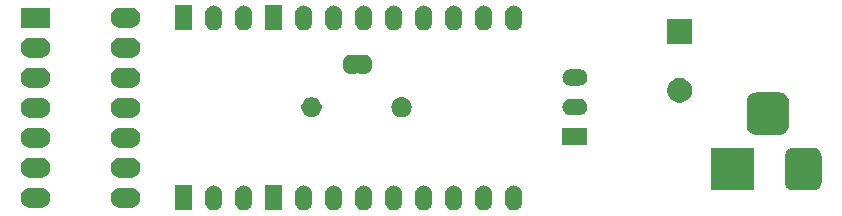
<source format=gbr>
G04 #@! TF.GenerationSoftware,KiCad,Pcbnew,(5.1.4)-1*
G04 #@! TF.CreationDate,2019-11-08T17:43:16+01:00*
G04 #@! TF.ProjectId,ArtNetNode,4172744e-6574-44e6-9f64-652e6b696361,rev?*
G04 #@! TF.SameCoordinates,Original*
G04 #@! TF.FileFunction,Soldermask,Bot*
G04 #@! TF.FilePolarity,Negative*
%FSLAX46Y46*%
G04 Gerber Fmt 4.6, Leading zero omitted, Abs format (unit mm)*
G04 Created by KiCad (PCBNEW (5.1.4)-1) date 2019-11-08 17:43:16*
%MOMM*%
%LPD*%
G04 APERTURE LIST*
%ADD10C,0.100000*%
G04 APERTURE END LIST*
D10*
G36*
X189897420Y-76319143D02*
G01*
X190029556Y-76359227D01*
X190029558Y-76359228D01*
X190151338Y-76424320D01*
X190151340Y-76424321D01*
X190151339Y-76424321D01*
X190258080Y-76511920D01*
X190330615Y-76600305D01*
X190345680Y-76618661D01*
X190410772Y-76740441D01*
X190410773Y-76740443D01*
X190450857Y-76872579D01*
X190461000Y-76975568D01*
X190461000Y-77744432D01*
X190450857Y-77847421D01*
X190420449Y-77947659D01*
X190410772Y-77979559D01*
X190345680Y-78101339D01*
X190258080Y-78208080D01*
X190151339Y-78295680D01*
X190029559Y-78360772D01*
X190029557Y-78360773D01*
X189897421Y-78400857D01*
X189760000Y-78414391D01*
X189622580Y-78400857D01*
X189490444Y-78360773D01*
X189490442Y-78360772D01*
X189368662Y-78295680D01*
X189261921Y-78208080D01*
X189174321Y-78101339D01*
X189109229Y-77979559D01*
X189099552Y-77947659D01*
X189069143Y-77847421D01*
X189059000Y-77744432D01*
X189059000Y-76975569D01*
X189069143Y-76872580D01*
X189109227Y-76740444D01*
X189114275Y-76731000D01*
X189174320Y-76618662D01*
X189228227Y-76552976D01*
X189261920Y-76511920D01*
X189368660Y-76424321D01*
X189368659Y-76424321D01*
X189368661Y-76424320D01*
X189490441Y-76359228D01*
X189490443Y-76359227D01*
X189622579Y-76319143D01*
X189760000Y-76305609D01*
X189897420Y-76319143D01*
X189897420Y-76319143D01*
G37*
G36*
X177197420Y-76319143D02*
G01*
X177329556Y-76359227D01*
X177329558Y-76359228D01*
X177451338Y-76424320D01*
X177451340Y-76424321D01*
X177451339Y-76424321D01*
X177558080Y-76511920D01*
X177630615Y-76600305D01*
X177645680Y-76618661D01*
X177710772Y-76740441D01*
X177710773Y-76740443D01*
X177750857Y-76872579D01*
X177761000Y-76975568D01*
X177761000Y-77744432D01*
X177750857Y-77847421D01*
X177720449Y-77947659D01*
X177710772Y-77979559D01*
X177645680Y-78101339D01*
X177558080Y-78208080D01*
X177451339Y-78295680D01*
X177329559Y-78360772D01*
X177329557Y-78360773D01*
X177197421Y-78400857D01*
X177060000Y-78414391D01*
X176922580Y-78400857D01*
X176790444Y-78360773D01*
X176790442Y-78360772D01*
X176668662Y-78295680D01*
X176561921Y-78208080D01*
X176474321Y-78101339D01*
X176409229Y-77979559D01*
X176399552Y-77947659D01*
X176369143Y-77847421D01*
X176359000Y-77744432D01*
X176359000Y-76975569D01*
X176369143Y-76872580D01*
X176409227Y-76740444D01*
X176414275Y-76731000D01*
X176474320Y-76618662D01*
X176528227Y-76552976D01*
X176561920Y-76511920D01*
X176668660Y-76424321D01*
X176668659Y-76424321D01*
X176668661Y-76424320D01*
X176790441Y-76359228D01*
X176790443Y-76359227D01*
X176922579Y-76319143D01*
X177060000Y-76305609D01*
X177197420Y-76319143D01*
X177197420Y-76319143D01*
G37*
G36*
X179737420Y-76319143D02*
G01*
X179869556Y-76359227D01*
X179869558Y-76359228D01*
X179991338Y-76424320D01*
X179991340Y-76424321D01*
X179991339Y-76424321D01*
X180098080Y-76511920D01*
X180170615Y-76600305D01*
X180185680Y-76618661D01*
X180250772Y-76740441D01*
X180250773Y-76740443D01*
X180290857Y-76872579D01*
X180301000Y-76975568D01*
X180301000Y-77744432D01*
X180290857Y-77847421D01*
X180260449Y-77947659D01*
X180250772Y-77979559D01*
X180185680Y-78101339D01*
X180098080Y-78208080D01*
X179991339Y-78295680D01*
X179869559Y-78360772D01*
X179869557Y-78360773D01*
X179737421Y-78400857D01*
X179600000Y-78414391D01*
X179462580Y-78400857D01*
X179330444Y-78360773D01*
X179330442Y-78360772D01*
X179208662Y-78295680D01*
X179101921Y-78208080D01*
X179014321Y-78101339D01*
X178949229Y-77979559D01*
X178939552Y-77947659D01*
X178909143Y-77847421D01*
X178899000Y-77744432D01*
X178899000Y-76975569D01*
X178909143Y-76872580D01*
X178949227Y-76740444D01*
X178954275Y-76731000D01*
X179014320Y-76618662D01*
X179068227Y-76552976D01*
X179101920Y-76511920D01*
X179208660Y-76424321D01*
X179208659Y-76424321D01*
X179208661Y-76424320D01*
X179330441Y-76359228D01*
X179330443Y-76359227D01*
X179462579Y-76319143D01*
X179600000Y-76305609D01*
X179737420Y-76319143D01*
X179737420Y-76319143D01*
G37*
G36*
X197517420Y-76319143D02*
G01*
X197649556Y-76359227D01*
X197649558Y-76359228D01*
X197771338Y-76424320D01*
X197771340Y-76424321D01*
X197771339Y-76424321D01*
X197878080Y-76511920D01*
X197950615Y-76600305D01*
X197965680Y-76618661D01*
X198030772Y-76740441D01*
X198030773Y-76740443D01*
X198070857Y-76872579D01*
X198081000Y-76975568D01*
X198081000Y-77744432D01*
X198070857Y-77847421D01*
X198040449Y-77947659D01*
X198030772Y-77979559D01*
X197965680Y-78101339D01*
X197878080Y-78208080D01*
X197771339Y-78295680D01*
X197649559Y-78360772D01*
X197649557Y-78360773D01*
X197517421Y-78400857D01*
X197380000Y-78414391D01*
X197242580Y-78400857D01*
X197110444Y-78360773D01*
X197110442Y-78360772D01*
X196988662Y-78295680D01*
X196881921Y-78208080D01*
X196794321Y-78101339D01*
X196729229Y-77979559D01*
X196719552Y-77947659D01*
X196689143Y-77847421D01*
X196679000Y-77744432D01*
X196679000Y-76975569D01*
X196689143Y-76872580D01*
X196729227Y-76740444D01*
X196734275Y-76731000D01*
X196794320Y-76618662D01*
X196848227Y-76552976D01*
X196881920Y-76511920D01*
X196988660Y-76424321D01*
X196988659Y-76424321D01*
X196988661Y-76424320D01*
X197110441Y-76359228D01*
X197110443Y-76359227D01*
X197242579Y-76319143D01*
X197380000Y-76305609D01*
X197517420Y-76319143D01*
X197517420Y-76319143D01*
G37*
G36*
X200057420Y-76319143D02*
G01*
X200189556Y-76359227D01*
X200189558Y-76359228D01*
X200311338Y-76424320D01*
X200311340Y-76424321D01*
X200311339Y-76424321D01*
X200418080Y-76511920D01*
X200490615Y-76600305D01*
X200505680Y-76618661D01*
X200570772Y-76740441D01*
X200570773Y-76740443D01*
X200610857Y-76872579D01*
X200621000Y-76975568D01*
X200621000Y-77744432D01*
X200610857Y-77847421D01*
X200580449Y-77947659D01*
X200570772Y-77979559D01*
X200505680Y-78101339D01*
X200418080Y-78208080D01*
X200311339Y-78295680D01*
X200189559Y-78360772D01*
X200189557Y-78360773D01*
X200057421Y-78400857D01*
X199920000Y-78414391D01*
X199782580Y-78400857D01*
X199650444Y-78360773D01*
X199650442Y-78360772D01*
X199528662Y-78295680D01*
X199421921Y-78208080D01*
X199334321Y-78101339D01*
X199269229Y-77979559D01*
X199259552Y-77947659D01*
X199229143Y-77847421D01*
X199219000Y-77744432D01*
X199219000Y-76975569D01*
X199229143Y-76872580D01*
X199269227Y-76740444D01*
X199274275Y-76731000D01*
X199334320Y-76618662D01*
X199388227Y-76552976D01*
X199421920Y-76511920D01*
X199528660Y-76424321D01*
X199528659Y-76424321D01*
X199528661Y-76424320D01*
X199650441Y-76359228D01*
X199650443Y-76359227D01*
X199782579Y-76319143D01*
X199920000Y-76305609D01*
X200057420Y-76319143D01*
X200057420Y-76319143D01*
G37*
G36*
X194977420Y-76319143D02*
G01*
X195109556Y-76359227D01*
X195109558Y-76359228D01*
X195231338Y-76424320D01*
X195231340Y-76424321D01*
X195231339Y-76424321D01*
X195338080Y-76511920D01*
X195410615Y-76600305D01*
X195425680Y-76618661D01*
X195490772Y-76740441D01*
X195490773Y-76740443D01*
X195530857Y-76872579D01*
X195541000Y-76975568D01*
X195541000Y-77744432D01*
X195530857Y-77847421D01*
X195500449Y-77947659D01*
X195490772Y-77979559D01*
X195425680Y-78101339D01*
X195338080Y-78208080D01*
X195231339Y-78295680D01*
X195109559Y-78360772D01*
X195109557Y-78360773D01*
X194977421Y-78400857D01*
X194840000Y-78414391D01*
X194702580Y-78400857D01*
X194570444Y-78360773D01*
X194570442Y-78360772D01*
X194448662Y-78295680D01*
X194341921Y-78208080D01*
X194254321Y-78101339D01*
X194189229Y-77979559D01*
X194179552Y-77947659D01*
X194149143Y-77847421D01*
X194139000Y-77744432D01*
X194139000Y-76975569D01*
X194149143Y-76872580D01*
X194189227Y-76740444D01*
X194194275Y-76731000D01*
X194254320Y-76618662D01*
X194308227Y-76552976D01*
X194341920Y-76511920D01*
X194448660Y-76424321D01*
X194448659Y-76424321D01*
X194448661Y-76424320D01*
X194570441Y-76359228D01*
X194570443Y-76359227D01*
X194702579Y-76319143D01*
X194840000Y-76305609D01*
X194977420Y-76319143D01*
X194977420Y-76319143D01*
G37*
G36*
X184817420Y-76319143D02*
G01*
X184949556Y-76359227D01*
X184949558Y-76359228D01*
X185071338Y-76424320D01*
X185071340Y-76424321D01*
X185071339Y-76424321D01*
X185178080Y-76511920D01*
X185250615Y-76600305D01*
X185265680Y-76618661D01*
X185330772Y-76740441D01*
X185330773Y-76740443D01*
X185370857Y-76872579D01*
X185381000Y-76975568D01*
X185381000Y-77744432D01*
X185370857Y-77847421D01*
X185340449Y-77947659D01*
X185330772Y-77979559D01*
X185265680Y-78101339D01*
X185178080Y-78208080D01*
X185071339Y-78295680D01*
X184949559Y-78360772D01*
X184949557Y-78360773D01*
X184817421Y-78400857D01*
X184680000Y-78414391D01*
X184542580Y-78400857D01*
X184410444Y-78360773D01*
X184410442Y-78360772D01*
X184288662Y-78295680D01*
X184181921Y-78208080D01*
X184094321Y-78101339D01*
X184029229Y-77979559D01*
X184019552Y-77947659D01*
X183989143Y-77847421D01*
X183979000Y-77744432D01*
X183979000Y-76975569D01*
X183989143Y-76872580D01*
X184029227Y-76740444D01*
X184034275Y-76731000D01*
X184094320Y-76618662D01*
X184148227Y-76552976D01*
X184181920Y-76511920D01*
X184288660Y-76424321D01*
X184288659Y-76424321D01*
X184288661Y-76424320D01*
X184410441Y-76359228D01*
X184410443Y-76359227D01*
X184542579Y-76319143D01*
X184680000Y-76305609D01*
X184817420Y-76319143D01*
X184817420Y-76319143D01*
G37*
G36*
X187357420Y-76319143D02*
G01*
X187489556Y-76359227D01*
X187489558Y-76359228D01*
X187611338Y-76424320D01*
X187611340Y-76424321D01*
X187611339Y-76424321D01*
X187718080Y-76511920D01*
X187790615Y-76600305D01*
X187805680Y-76618661D01*
X187870772Y-76740441D01*
X187870773Y-76740443D01*
X187910857Y-76872579D01*
X187921000Y-76975568D01*
X187921000Y-77744432D01*
X187910857Y-77847421D01*
X187880449Y-77947659D01*
X187870772Y-77979559D01*
X187805680Y-78101339D01*
X187718080Y-78208080D01*
X187611339Y-78295680D01*
X187489559Y-78360772D01*
X187489557Y-78360773D01*
X187357421Y-78400857D01*
X187220000Y-78414391D01*
X187082580Y-78400857D01*
X186950444Y-78360773D01*
X186950442Y-78360772D01*
X186828662Y-78295680D01*
X186721921Y-78208080D01*
X186634321Y-78101339D01*
X186569229Y-77979559D01*
X186559552Y-77947659D01*
X186529143Y-77847421D01*
X186519000Y-77744432D01*
X186519000Y-76975569D01*
X186529143Y-76872580D01*
X186569227Y-76740444D01*
X186574275Y-76731000D01*
X186634320Y-76618662D01*
X186688227Y-76552976D01*
X186721920Y-76511920D01*
X186828660Y-76424321D01*
X186828659Y-76424321D01*
X186828661Y-76424320D01*
X186950441Y-76359228D01*
X186950443Y-76359227D01*
X187082579Y-76319143D01*
X187220000Y-76305609D01*
X187357420Y-76319143D01*
X187357420Y-76319143D01*
G37*
G36*
X192437420Y-76319143D02*
G01*
X192569556Y-76359227D01*
X192569558Y-76359228D01*
X192691338Y-76424320D01*
X192691340Y-76424321D01*
X192691339Y-76424321D01*
X192798080Y-76511920D01*
X192870615Y-76600305D01*
X192885680Y-76618661D01*
X192950772Y-76740441D01*
X192950773Y-76740443D01*
X192990857Y-76872579D01*
X193001000Y-76975568D01*
X193001000Y-77744432D01*
X192990857Y-77847421D01*
X192960449Y-77947659D01*
X192950772Y-77979559D01*
X192885680Y-78101339D01*
X192798080Y-78208080D01*
X192691339Y-78295680D01*
X192569559Y-78360772D01*
X192569557Y-78360773D01*
X192437421Y-78400857D01*
X192300000Y-78414391D01*
X192162580Y-78400857D01*
X192030444Y-78360773D01*
X192030442Y-78360772D01*
X191908662Y-78295680D01*
X191801921Y-78208080D01*
X191714321Y-78101339D01*
X191649229Y-77979559D01*
X191639552Y-77947659D01*
X191609143Y-77847421D01*
X191599000Y-77744432D01*
X191599000Y-76975569D01*
X191609143Y-76872580D01*
X191649227Y-76740444D01*
X191654275Y-76731000D01*
X191714320Y-76618662D01*
X191768227Y-76552976D01*
X191801920Y-76511920D01*
X191908660Y-76424321D01*
X191908659Y-76424321D01*
X191908661Y-76424320D01*
X192030441Y-76359228D01*
X192030443Y-76359227D01*
X192162579Y-76319143D01*
X192300000Y-76305609D01*
X192437420Y-76319143D01*
X192437420Y-76319143D01*
G37*
G36*
X202597420Y-76319143D02*
G01*
X202729556Y-76359227D01*
X202729558Y-76359228D01*
X202851338Y-76424320D01*
X202851340Y-76424321D01*
X202851339Y-76424321D01*
X202958080Y-76511920D01*
X203030615Y-76600305D01*
X203045680Y-76618661D01*
X203110772Y-76740441D01*
X203110773Y-76740443D01*
X203150857Y-76872579D01*
X203161000Y-76975568D01*
X203161000Y-77744432D01*
X203150857Y-77847421D01*
X203120449Y-77947659D01*
X203110772Y-77979559D01*
X203045680Y-78101339D01*
X202958080Y-78208080D01*
X202851339Y-78295680D01*
X202729559Y-78360772D01*
X202729557Y-78360773D01*
X202597421Y-78400857D01*
X202460000Y-78414391D01*
X202322580Y-78400857D01*
X202190444Y-78360773D01*
X202190442Y-78360772D01*
X202068662Y-78295680D01*
X201961921Y-78208080D01*
X201874321Y-78101339D01*
X201809229Y-77979559D01*
X201799552Y-77947659D01*
X201769143Y-77847421D01*
X201759000Y-77744432D01*
X201759000Y-76975569D01*
X201769143Y-76872580D01*
X201809227Y-76740444D01*
X201814275Y-76731000D01*
X201874320Y-76618662D01*
X201928227Y-76552976D01*
X201961920Y-76511920D01*
X202068660Y-76424321D01*
X202068659Y-76424321D01*
X202068661Y-76424320D01*
X202190441Y-76359228D01*
X202190443Y-76359227D01*
X202322579Y-76319143D01*
X202460000Y-76305609D01*
X202597420Y-76319143D01*
X202597420Y-76319143D01*
G37*
G36*
X175221000Y-78411000D02*
G01*
X173819000Y-78411000D01*
X173819000Y-76309000D01*
X175221000Y-76309000D01*
X175221000Y-78411000D01*
X175221000Y-78411000D01*
G37*
G36*
X182841000Y-78411000D02*
G01*
X181439000Y-78411000D01*
X181439000Y-76309000D01*
X182841000Y-76309000D01*
X182841000Y-78411000D01*
X182841000Y-78411000D01*
G37*
G36*
X170162623Y-76504313D02*
G01*
X170323042Y-76552976D01*
X170411588Y-76600305D01*
X170470878Y-76631996D01*
X170600459Y-76738341D01*
X170706804Y-76867922D01*
X170706805Y-76867924D01*
X170785824Y-77015758D01*
X170834487Y-77176177D01*
X170850917Y-77343000D01*
X170834487Y-77509823D01*
X170785824Y-77670242D01*
X170714914Y-77802906D01*
X170706804Y-77818078D01*
X170600459Y-77947659D01*
X170470878Y-78054004D01*
X170470876Y-78054005D01*
X170323042Y-78133024D01*
X170162623Y-78181687D01*
X170037604Y-78194000D01*
X169153996Y-78194000D01*
X169028977Y-78181687D01*
X168868558Y-78133024D01*
X168720724Y-78054005D01*
X168720722Y-78054004D01*
X168591141Y-77947659D01*
X168484796Y-77818078D01*
X168476686Y-77802906D01*
X168405776Y-77670242D01*
X168357113Y-77509823D01*
X168340683Y-77343000D01*
X168357113Y-77176177D01*
X168405776Y-77015758D01*
X168484795Y-76867924D01*
X168484796Y-76867922D01*
X168591141Y-76738341D01*
X168720722Y-76631996D01*
X168780012Y-76600305D01*
X168868558Y-76552976D01*
X169028977Y-76504313D01*
X169153996Y-76492000D01*
X170037604Y-76492000D01*
X170162623Y-76504313D01*
X170162623Y-76504313D01*
G37*
G36*
X162542623Y-76504313D02*
G01*
X162703042Y-76552976D01*
X162791588Y-76600305D01*
X162850878Y-76631996D01*
X162980459Y-76738341D01*
X163086804Y-76867922D01*
X163086805Y-76867924D01*
X163165824Y-77015758D01*
X163214487Y-77176177D01*
X163230917Y-77343000D01*
X163214487Y-77509823D01*
X163165824Y-77670242D01*
X163094914Y-77802906D01*
X163086804Y-77818078D01*
X162980459Y-77947659D01*
X162850878Y-78054004D01*
X162850876Y-78054005D01*
X162703042Y-78133024D01*
X162542623Y-78181687D01*
X162417604Y-78194000D01*
X161533996Y-78194000D01*
X161408977Y-78181687D01*
X161248558Y-78133024D01*
X161100724Y-78054005D01*
X161100722Y-78054004D01*
X160971141Y-77947659D01*
X160864796Y-77818078D01*
X160856686Y-77802906D01*
X160785776Y-77670242D01*
X160737113Y-77509823D01*
X160720683Y-77343000D01*
X160737113Y-77176177D01*
X160785776Y-77015758D01*
X160864795Y-76867924D01*
X160864796Y-76867922D01*
X160971141Y-76738341D01*
X161100722Y-76631996D01*
X161160012Y-76600305D01*
X161248558Y-76552976D01*
X161408977Y-76504313D01*
X161533996Y-76492000D01*
X162417604Y-76492000D01*
X162542623Y-76504313D01*
X162542623Y-76504313D01*
G37*
G36*
X227956979Y-73143293D02*
G01*
X228090625Y-73183834D01*
X228213784Y-73249664D01*
X228321740Y-73338260D01*
X228410336Y-73446216D01*
X228476166Y-73569375D01*
X228516707Y-73703021D01*
X228531000Y-73848140D01*
X228531000Y-76011860D01*
X228516707Y-76156979D01*
X228476166Y-76290625D01*
X228410336Y-76413784D01*
X228321740Y-76521740D01*
X228213784Y-76610336D01*
X228090625Y-76676166D01*
X227956979Y-76716707D01*
X227811860Y-76731000D01*
X226148140Y-76731000D01*
X226003021Y-76716707D01*
X225869375Y-76676166D01*
X225746216Y-76610336D01*
X225638260Y-76521740D01*
X225549664Y-76413784D01*
X225483834Y-76290625D01*
X225443293Y-76156979D01*
X225429000Y-76011860D01*
X225429000Y-73848140D01*
X225443293Y-73703021D01*
X225483834Y-73569375D01*
X225549664Y-73446216D01*
X225638260Y-73338260D01*
X225746216Y-73249664D01*
X225869375Y-73183834D01*
X226003021Y-73143293D01*
X226148140Y-73129000D01*
X227811860Y-73129000D01*
X227956979Y-73143293D01*
X227956979Y-73143293D01*
G37*
G36*
X222781000Y-76731000D02*
G01*
X219179000Y-76731000D01*
X219179000Y-73129000D01*
X222781000Y-73129000D01*
X222781000Y-76731000D01*
X222781000Y-76731000D01*
G37*
G36*
X170162623Y-73964313D02*
G01*
X170323042Y-74012976D01*
X170455706Y-74083886D01*
X170470878Y-74091996D01*
X170600459Y-74198341D01*
X170706804Y-74327922D01*
X170706805Y-74327924D01*
X170785824Y-74475758D01*
X170834487Y-74636177D01*
X170850917Y-74803000D01*
X170834487Y-74969823D01*
X170785824Y-75130242D01*
X170714914Y-75262906D01*
X170706804Y-75278078D01*
X170600459Y-75407659D01*
X170470878Y-75514004D01*
X170470876Y-75514005D01*
X170323042Y-75593024D01*
X170162623Y-75641687D01*
X170037604Y-75654000D01*
X169153996Y-75654000D01*
X169028977Y-75641687D01*
X168868558Y-75593024D01*
X168720724Y-75514005D01*
X168720722Y-75514004D01*
X168591141Y-75407659D01*
X168484796Y-75278078D01*
X168476686Y-75262906D01*
X168405776Y-75130242D01*
X168357113Y-74969823D01*
X168340683Y-74803000D01*
X168357113Y-74636177D01*
X168405776Y-74475758D01*
X168484795Y-74327924D01*
X168484796Y-74327922D01*
X168591141Y-74198341D01*
X168720722Y-74091996D01*
X168735894Y-74083886D01*
X168868558Y-74012976D01*
X169028977Y-73964313D01*
X169153996Y-73952000D01*
X170037604Y-73952000D01*
X170162623Y-73964313D01*
X170162623Y-73964313D01*
G37*
G36*
X162542623Y-73964313D02*
G01*
X162703042Y-74012976D01*
X162835706Y-74083886D01*
X162850878Y-74091996D01*
X162980459Y-74198341D01*
X163086804Y-74327922D01*
X163086805Y-74327924D01*
X163165824Y-74475758D01*
X163214487Y-74636177D01*
X163230917Y-74803000D01*
X163214487Y-74969823D01*
X163165824Y-75130242D01*
X163094914Y-75262906D01*
X163086804Y-75278078D01*
X162980459Y-75407659D01*
X162850878Y-75514004D01*
X162850876Y-75514005D01*
X162703042Y-75593024D01*
X162542623Y-75641687D01*
X162417604Y-75654000D01*
X161533996Y-75654000D01*
X161408977Y-75641687D01*
X161248558Y-75593024D01*
X161100724Y-75514005D01*
X161100722Y-75514004D01*
X160971141Y-75407659D01*
X160864796Y-75278078D01*
X160856686Y-75262906D01*
X160785776Y-75130242D01*
X160737113Y-74969823D01*
X160720683Y-74803000D01*
X160737113Y-74636177D01*
X160785776Y-74475758D01*
X160864795Y-74327924D01*
X160864796Y-74327922D01*
X160971141Y-74198341D01*
X161100722Y-74091996D01*
X161115894Y-74083886D01*
X161248558Y-74012976D01*
X161408977Y-73964313D01*
X161533996Y-73952000D01*
X162417604Y-73952000D01*
X162542623Y-73964313D01*
X162542623Y-73964313D01*
G37*
G36*
X170162623Y-71424313D02*
G01*
X170323042Y-71472976D01*
X170398782Y-71513460D01*
X170470878Y-71551996D01*
X170600459Y-71658341D01*
X170706804Y-71787922D01*
X170706805Y-71787924D01*
X170785824Y-71935758D01*
X170834487Y-72096177D01*
X170850917Y-72263000D01*
X170834487Y-72429823D01*
X170785824Y-72590242D01*
X170714914Y-72722906D01*
X170706804Y-72738078D01*
X170600459Y-72867659D01*
X170470878Y-72974004D01*
X170470876Y-72974005D01*
X170323042Y-73053024D01*
X170162623Y-73101687D01*
X170037604Y-73114000D01*
X169153996Y-73114000D01*
X169028977Y-73101687D01*
X168868558Y-73053024D01*
X168720724Y-72974005D01*
X168720722Y-72974004D01*
X168591141Y-72867659D01*
X168484796Y-72738078D01*
X168476686Y-72722906D01*
X168405776Y-72590242D01*
X168357113Y-72429823D01*
X168340683Y-72263000D01*
X168357113Y-72096177D01*
X168405776Y-71935758D01*
X168484795Y-71787924D01*
X168484796Y-71787922D01*
X168591141Y-71658341D01*
X168720722Y-71551996D01*
X168792818Y-71513460D01*
X168868558Y-71472976D01*
X169028977Y-71424313D01*
X169153996Y-71412000D01*
X170037604Y-71412000D01*
X170162623Y-71424313D01*
X170162623Y-71424313D01*
G37*
G36*
X162542623Y-71424313D02*
G01*
X162703042Y-71472976D01*
X162778782Y-71513460D01*
X162850878Y-71551996D01*
X162980459Y-71658341D01*
X163086804Y-71787922D01*
X163086805Y-71787924D01*
X163165824Y-71935758D01*
X163214487Y-72096177D01*
X163230917Y-72263000D01*
X163214487Y-72429823D01*
X163165824Y-72590242D01*
X163094914Y-72722906D01*
X163086804Y-72738078D01*
X162980459Y-72867659D01*
X162850878Y-72974004D01*
X162850876Y-72974005D01*
X162703042Y-73053024D01*
X162542623Y-73101687D01*
X162417604Y-73114000D01*
X161533996Y-73114000D01*
X161408977Y-73101687D01*
X161248558Y-73053024D01*
X161100724Y-72974005D01*
X161100722Y-72974004D01*
X160971141Y-72867659D01*
X160864796Y-72738078D01*
X160856686Y-72722906D01*
X160785776Y-72590242D01*
X160737113Y-72429823D01*
X160720683Y-72263000D01*
X160737113Y-72096177D01*
X160785776Y-71935758D01*
X160864795Y-71787924D01*
X160864796Y-71787922D01*
X160971141Y-71658341D01*
X161100722Y-71551996D01*
X161172818Y-71513460D01*
X161248558Y-71472976D01*
X161408977Y-71424313D01*
X161533996Y-71412000D01*
X162417604Y-71412000D01*
X162542623Y-71424313D01*
X162542623Y-71424313D01*
G37*
G36*
X208696000Y-72860500D02*
G01*
X206594000Y-72860500D01*
X206594000Y-71458500D01*
X208696000Y-71458500D01*
X208696000Y-72860500D01*
X208696000Y-72860500D01*
G37*
G36*
X225106366Y-68445695D02*
G01*
X225263460Y-68493349D01*
X225408231Y-68570731D01*
X225535128Y-68674872D01*
X225639269Y-68801769D01*
X225716651Y-68946540D01*
X225764305Y-69103634D01*
X225781000Y-69273140D01*
X225781000Y-71186860D01*
X225764305Y-71356366D01*
X225716651Y-71513460D01*
X225639269Y-71658231D01*
X225535128Y-71785128D01*
X225408231Y-71889269D01*
X225263460Y-71966651D01*
X225106366Y-72014305D01*
X224936860Y-72031000D01*
X223023140Y-72031000D01*
X222853634Y-72014305D01*
X222696540Y-71966651D01*
X222551769Y-71889269D01*
X222424872Y-71785128D01*
X222320731Y-71658231D01*
X222243349Y-71513460D01*
X222195695Y-71356366D01*
X222179000Y-71186860D01*
X222179000Y-69273140D01*
X222195695Y-69103634D01*
X222243349Y-68946540D01*
X222320731Y-68801769D01*
X222424872Y-68674872D01*
X222551769Y-68570731D01*
X222696540Y-68493349D01*
X222853634Y-68445695D01*
X223023140Y-68429000D01*
X224936860Y-68429000D01*
X225106366Y-68445695D01*
X225106366Y-68445695D01*
G37*
G36*
X162542623Y-68884313D02*
G01*
X162703042Y-68932976D01*
X162803356Y-68986595D01*
X162850878Y-69011996D01*
X162980459Y-69118341D01*
X163086804Y-69247922D01*
X163086805Y-69247924D01*
X163165824Y-69395758D01*
X163214487Y-69556177D01*
X163230917Y-69723000D01*
X163214487Y-69889823D01*
X163165824Y-70050242D01*
X163094914Y-70182906D01*
X163086804Y-70198078D01*
X162980459Y-70327659D01*
X162850878Y-70434004D01*
X162850876Y-70434005D01*
X162703042Y-70513024D01*
X162542623Y-70561687D01*
X162417604Y-70574000D01*
X161533996Y-70574000D01*
X161408977Y-70561687D01*
X161248558Y-70513024D01*
X161100724Y-70434005D01*
X161100722Y-70434004D01*
X160971141Y-70327659D01*
X160864796Y-70198078D01*
X160856686Y-70182906D01*
X160785776Y-70050242D01*
X160737113Y-69889823D01*
X160720683Y-69723000D01*
X160737113Y-69556177D01*
X160785776Y-69395758D01*
X160864795Y-69247924D01*
X160864796Y-69247922D01*
X160971141Y-69118341D01*
X161100722Y-69011996D01*
X161148244Y-68986595D01*
X161248558Y-68932976D01*
X161408977Y-68884313D01*
X161533996Y-68872000D01*
X162417604Y-68872000D01*
X162542623Y-68884313D01*
X162542623Y-68884313D01*
G37*
G36*
X170162623Y-68884313D02*
G01*
X170323042Y-68932976D01*
X170423356Y-68986595D01*
X170470878Y-69011996D01*
X170600459Y-69118341D01*
X170706804Y-69247922D01*
X170706805Y-69247924D01*
X170785824Y-69395758D01*
X170834487Y-69556177D01*
X170850917Y-69723000D01*
X170834487Y-69889823D01*
X170785824Y-70050242D01*
X170714914Y-70182906D01*
X170706804Y-70198078D01*
X170600459Y-70327659D01*
X170470878Y-70434004D01*
X170470876Y-70434005D01*
X170323042Y-70513024D01*
X170162623Y-70561687D01*
X170037604Y-70574000D01*
X169153996Y-70574000D01*
X169028977Y-70561687D01*
X168868558Y-70513024D01*
X168720724Y-70434005D01*
X168720722Y-70434004D01*
X168591141Y-70327659D01*
X168484796Y-70198078D01*
X168476686Y-70182906D01*
X168405776Y-70050242D01*
X168357113Y-69889823D01*
X168340683Y-69723000D01*
X168357113Y-69556177D01*
X168405776Y-69395758D01*
X168484795Y-69247924D01*
X168484796Y-69247922D01*
X168591141Y-69118341D01*
X168720722Y-69011996D01*
X168768244Y-68986595D01*
X168868558Y-68932976D01*
X169028977Y-68884313D01*
X169153996Y-68872000D01*
X170037604Y-68872000D01*
X170162623Y-68884313D01*
X170162623Y-68884313D01*
G37*
G36*
X185592028Y-68879303D02*
G01*
X185746900Y-68943453D01*
X185886281Y-69036585D01*
X186004815Y-69155119D01*
X186097947Y-69294500D01*
X186162097Y-69449372D01*
X186194800Y-69613784D01*
X186194800Y-69781416D01*
X186162097Y-69945828D01*
X186097947Y-70100700D01*
X186004815Y-70240081D01*
X185886281Y-70358615D01*
X185746900Y-70451747D01*
X185592028Y-70515897D01*
X185427616Y-70548600D01*
X185259984Y-70548600D01*
X185095572Y-70515897D01*
X184940700Y-70451747D01*
X184801319Y-70358615D01*
X184682785Y-70240081D01*
X184589653Y-70100700D01*
X184525503Y-69945828D01*
X184492800Y-69781416D01*
X184492800Y-69613784D01*
X184525503Y-69449372D01*
X184589653Y-69294500D01*
X184682785Y-69155119D01*
X184801319Y-69036585D01*
X184940700Y-68943453D01*
X185095572Y-68879303D01*
X185259984Y-68846600D01*
X185427616Y-68846600D01*
X185592028Y-68879303D01*
X185592028Y-68879303D01*
G37*
G36*
X193130623Y-68858913D02*
G01*
X193291042Y-68907576D01*
X193358161Y-68943452D01*
X193438878Y-68986596D01*
X193568459Y-69092941D01*
X193674804Y-69222522D01*
X193674805Y-69222524D01*
X193753824Y-69370358D01*
X193753825Y-69370361D01*
X193759765Y-69389943D01*
X193802487Y-69530777D01*
X193818917Y-69697600D01*
X193802487Y-69864423D01*
X193753824Y-70024842D01*
X193713277Y-70100700D01*
X193674804Y-70172678D01*
X193568459Y-70302259D01*
X193438878Y-70408604D01*
X193438876Y-70408605D01*
X193291042Y-70487624D01*
X193130623Y-70536287D01*
X193005604Y-70548600D01*
X192921996Y-70548600D01*
X192796977Y-70536287D01*
X192636558Y-70487624D01*
X192488724Y-70408605D01*
X192488722Y-70408604D01*
X192359141Y-70302259D01*
X192252796Y-70172678D01*
X192214323Y-70100700D01*
X192173776Y-70024842D01*
X192125113Y-69864423D01*
X192108683Y-69697600D01*
X192125113Y-69530777D01*
X192167835Y-69389943D01*
X192173775Y-69370361D01*
X192173776Y-69370358D01*
X192252795Y-69222524D01*
X192252796Y-69222522D01*
X192359141Y-69092941D01*
X192488722Y-68986596D01*
X192569439Y-68943452D01*
X192636558Y-68907576D01*
X192796977Y-68858913D01*
X192921996Y-68846600D01*
X193005604Y-68846600D01*
X193130623Y-68858913D01*
X193130623Y-68858913D01*
G37*
G36*
X208132421Y-68968643D02*
G01*
X208264557Y-69008727D01*
X208264559Y-69008728D01*
X208386339Y-69073820D01*
X208493080Y-69161420D01*
X208580680Y-69268161D01*
X208613466Y-69329500D01*
X208645773Y-69389943D01*
X208685857Y-69522079D01*
X208699391Y-69659500D01*
X208685857Y-69796921D01*
X208657674Y-69889825D01*
X208645772Y-69929059D01*
X208580680Y-70050839D01*
X208493080Y-70157580D01*
X208386339Y-70245180D01*
X208279550Y-70302259D01*
X208264557Y-70310273D01*
X208132421Y-70350357D01*
X208029432Y-70360500D01*
X207260568Y-70360500D01*
X207157579Y-70350357D01*
X207025443Y-70310273D01*
X207010450Y-70302259D01*
X206903661Y-70245180D01*
X206796920Y-70157580D01*
X206709320Y-70050839D01*
X206644228Y-69929059D01*
X206632326Y-69889825D01*
X206604143Y-69796921D01*
X206590609Y-69659500D01*
X206604143Y-69522079D01*
X206644227Y-69389943D01*
X206676534Y-69329500D01*
X206709320Y-69268161D01*
X206796920Y-69161420D01*
X206903661Y-69073820D01*
X207025441Y-69008728D01*
X207025443Y-69008727D01*
X207157579Y-68968643D01*
X207260568Y-68958500D01*
X208029432Y-68958500D01*
X208132421Y-68968643D01*
X208132421Y-68968643D01*
G37*
G36*
X216816164Y-67235389D02*
G01*
X217007433Y-67314615D01*
X217007435Y-67314616D01*
X217179573Y-67429635D01*
X217325965Y-67576027D01*
X217438989Y-67745179D01*
X217440985Y-67748167D01*
X217520211Y-67939436D01*
X217560600Y-68142484D01*
X217560600Y-68349516D01*
X217520211Y-68552564D01*
X217462144Y-68692750D01*
X217440984Y-68743835D01*
X217325965Y-68915973D01*
X217179573Y-69062365D01*
X217007435Y-69177384D01*
X217007434Y-69177385D01*
X217007433Y-69177385D01*
X216816164Y-69256611D01*
X216613116Y-69297000D01*
X216406084Y-69297000D01*
X216203036Y-69256611D01*
X216011767Y-69177385D01*
X216011766Y-69177385D01*
X216011765Y-69177384D01*
X215839627Y-69062365D01*
X215693235Y-68915973D01*
X215578216Y-68743835D01*
X215557056Y-68692750D01*
X215498989Y-68552564D01*
X215458600Y-68349516D01*
X215458600Y-68142484D01*
X215498989Y-67939436D01*
X215578215Y-67748167D01*
X215580212Y-67745179D01*
X215693235Y-67576027D01*
X215839627Y-67429635D01*
X216011765Y-67314616D01*
X216011767Y-67314615D01*
X216203036Y-67235389D01*
X216406084Y-67195000D01*
X216613116Y-67195000D01*
X216816164Y-67235389D01*
X216816164Y-67235389D01*
G37*
G36*
X162542623Y-66344313D02*
G01*
X162703042Y-66392976D01*
X162825629Y-66458500D01*
X162850878Y-66471996D01*
X162980459Y-66578341D01*
X163086804Y-66707922D01*
X163086805Y-66707924D01*
X163165824Y-66855758D01*
X163214487Y-67016177D01*
X163230917Y-67183000D01*
X163214487Y-67349823D01*
X163165824Y-67510242D01*
X163130661Y-67576027D01*
X163086804Y-67658078D01*
X162980459Y-67787659D01*
X162850878Y-67894004D01*
X162850876Y-67894005D01*
X162703042Y-67973024D01*
X162542623Y-68021687D01*
X162417604Y-68034000D01*
X161533996Y-68034000D01*
X161408977Y-68021687D01*
X161248558Y-67973024D01*
X161100724Y-67894005D01*
X161100722Y-67894004D01*
X160971141Y-67787659D01*
X160864796Y-67658078D01*
X160820939Y-67576027D01*
X160785776Y-67510242D01*
X160737113Y-67349823D01*
X160720683Y-67183000D01*
X160737113Y-67016177D01*
X160785776Y-66855758D01*
X160864795Y-66707924D01*
X160864796Y-66707922D01*
X160971141Y-66578341D01*
X161100722Y-66471996D01*
X161125971Y-66458500D01*
X161248558Y-66392976D01*
X161408977Y-66344313D01*
X161533996Y-66332000D01*
X162417604Y-66332000D01*
X162542623Y-66344313D01*
X162542623Y-66344313D01*
G37*
G36*
X170162623Y-66344313D02*
G01*
X170323042Y-66392976D01*
X170445629Y-66458500D01*
X170470878Y-66471996D01*
X170600459Y-66578341D01*
X170706804Y-66707922D01*
X170706805Y-66707924D01*
X170785824Y-66855758D01*
X170834487Y-67016177D01*
X170850917Y-67183000D01*
X170834487Y-67349823D01*
X170785824Y-67510242D01*
X170750661Y-67576027D01*
X170706804Y-67658078D01*
X170600459Y-67787659D01*
X170470878Y-67894004D01*
X170470876Y-67894005D01*
X170323042Y-67973024D01*
X170162623Y-68021687D01*
X170037604Y-68034000D01*
X169153996Y-68034000D01*
X169028977Y-68021687D01*
X168868558Y-67973024D01*
X168720724Y-67894005D01*
X168720722Y-67894004D01*
X168591141Y-67787659D01*
X168484796Y-67658078D01*
X168440939Y-67576027D01*
X168405776Y-67510242D01*
X168357113Y-67349823D01*
X168340683Y-67183000D01*
X168357113Y-67016177D01*
X168405776Y-66855758D01*
X168484795Y-66707924D01*
X168484796Y-66707922D01*
X168591141Y-66578341D01*
X168720722Y-66471996D01*
X168745971Y-66458500D01*
X168868558Y-66392976D01*
X169028977Y-66344313D01*
X169153996Y-66332000D01*
X170037604Y-66332000D01*
X170162623Y-66344313D01*
X170162623Y-66344313D01*
G37*
G36*
X208132421Y-66468643D02*
G01*
X208264557Y-66508727D01*
X208264559Y-66508728D01*
X208386339Y-66573820D01*
X208493080Y-66661420D01*
X208580680Y-66768161D01*
X208645772Y-66889941D01*
X208645773Y-66889943D01*
X208685857Y-67022079D01*
X208699391Y-67159500D01*
X208685857Y-67296921D01*
X208645773Y-67429057D01*
X208645772Y-67429059D01*
X208580680Y-67550839D01*
X208493080Y-67657580D01*
X208386339Y-67745180D01*
X208306865Y-67787659D01*
X208264557Y-67810273D01*
X208132421Y-67850357D01*
X208029432Y-67860500D01*
X207260568Y-67860500D01*
X207157579Y-67850357D01*
X207025443Y-67810273D01*
X206983135Y-67787659D01*
X206903661Y-67745180D01*
X206796920Y-67657580D01*
X206709320Y-67550839D01*
X206644228Y-67429059D01*
X206644227Y-67429057D01*
X206604143Y-67296921D01*
X206590609Y-67159500D01*
X206604143Y-67022079D01*
X206644227Y-66889943D01*
X206644228Y-66889941D01*
X206709320Y-66768161D01*
X206796920Y-66661420D01*
X206903661Y-66573820D01*
X207025441Y-66508728D01*
X207025443Y-66508727D01*
X207157579Y-66468643D01*
X207260568Y-66458500D01*
X208029432Y-66458500D01*
X208132421Y-66468643D01*
X208132421Y-66468643D01*
G37*
G36*
X189104999Y-65239737D02*
G01*
X189114608Y-65242652D01*
X189123472Y-65247390D01*
X189131237Y-65253763D01*
X189141448Y-65266206D01*
X189148378Y-65276575D01*
X189165705Y-65293902D01*
X189186080Y-65307515D01*
X189208720Y-65316891D01*
X189232753Y-65321671D01*
X189257257Y-65321670D01*
X189281290Y-65316888D01*
X189303929Y-65307510D01*
X189324302Y-65293895D01*
X189341629Y-65276568D01*
X189348558Y-65266198D01*
X189358763Y-65253763D01*
X189366528Y-65247390D01*
X189375392Y-65242652D01*
X189385001Y-65239737D01*
X189401140Y-65238148D01*
X189888861Y-65238148D01*
X189907199Y-65239954D01*
X189919450Y-65240556D01*
X189937869Y-65240556D01*
X189960149Y-65242750D01*
X190044233Y-65259476D01*
X190065660Y-65265976D01*
X190144858Y-65298780D01*
X190150303Y-65301691D01*
X190150309Y-65301693D01*
X190159169Y-65306429D01*
X190159173Y-65306432D01*
X190164614Y-65309340D01*
X190235899Y-65356971D01*
X190253204Y-65371172D01*
X190313828Y-65431796D01*
X190328029Y-65449101D01*
X190375660Y-65520386D01*
X190378568Y-65525827D01*
X190378571Y-65525831D01*
X190383307Y-65534691D01*
X190383309Y-65534697D01*
X190386220Y-65540142D01*
X190419024Y-65619340D01*
X190425524Y-65640767D01*
X190442250Y-65724851D01*
X190444444Y-65747131D01*
X190444444Y-65765550D01*
X190445046Y-65777801D01*
X190446852Y-65796139D01*
X190446852Y-66283862D01*
X190445046Y-66302199D01*
X190444444Y-66314450D01*
X190444444Y-66332869D01*
X190442250Y-66355149D01*
X190425524Y-66439233D01*
X190419024Y-66460660D01*
X190386220Y-66539858D01*
X190383309Y-66545303D01*
X190383307Y-66545309D01*
X190378571Y-66554169D01*
X190378568Y-66554173D01*
X190375660Y-66559614D01*
X190328029Y-66630899D01*
X190313828Y-66648204D01*
X190253204Y-66708828D01*
X190235899Y-66723029D01*
X190164614Y-66770660D01*
X190159173Y-66773568D01*
X190159169Y-66773571D01*
X190150309Y-66778307D01*
X190150303Y-66778309D01*
X190144858Y-66781220D01*
X190065660Y-66814024D01*
X190044233Y-66820524D01*
X189960149Y-66837250D01*
X189937869Y-66839444D01*
X189919450Y-66839444D01*
X189907199Y-66840046D01*
X189888862Y-66841852D01*
X189401140Y-66841852D01*
X189385001Y-66840263D01*
X189375392Y-66837348D01*
X189366528Y-66832610D01*
X189358763Y-66826237D01*
X189348552Y-66813794D01*
X189341622Y-66803425D01*
X189324295Y-66786098D01*
X189303920Y-66772485D01*
X189281280Y-66763109D01*
X189257247Y-66758329D01*
X189232743Y-66758330D01*
X189208710Y-66763112D01*
X189186071Y-66772490D01*
X189165698Y-66786105D01*
X189148371Y-66803432D01*
X189141442Y-66813802D01*
X189131237Y-66826237D01*
X189123472Y-66832610D01*
X189114608Y-66837348D01*
X189104999Y-66840263D01*
X189088860Y-66841852D01*
X188601138Y-66841852D01*
X188582801Y-66840046D01*
X188570550Y-66839444D01*
X188552131Y-66839444D01*
X188529851Y-66837250D01*
X188445767Y-66820524D01*
X188424340Y-66814024D01*
X188345142Y-66781220D01*
X188339697Y-66778309D01*
X188339691Y-66778307D01*
X188330831Y-66773571D01*
X188330827Y-66773568D01*
X188325386Y-66770660D01*
X188254101Y-66723029D01*
X188236796Y-66708828D01*
X188176172Y-66648204D01*
X188161971Y-66630899D01*
X188114340Y-66559614D01*
X188111432Y-66554173D01*
X188111429Y-66554169D01*
X188106693Y-66545309D01*
X188106691Y-66545303D01*
X188103780Y-66539858D01*
X188070976Y-66460660D01*
X188064476Y-66439233D01*
X188047750Y-66355149D01*
X188045556Y-66332869D01*
X188045556Y-66314450D01*
X188044954Y-66302199D01*
X188043148Y-66283862D01*
X188043148Y-65796139D01*
X188044954Y-65777801D01*
X188045556Y-65765550D01*
X188045556Y-65747131D01*
X188047750Y-65724851D01*
X188064476Y-65640767D01*
X188070976Y-65619340D01*
X188103780Y-65540142D01*
X188106691Y-65534697D01*
X188106693Y-65534691D01*
X188111429Y-65525831D01*
X188111432Y-65525827D01*
X188114340Y-65520386D01*
X188161971Y-65449101D01*
X188176172Y-65431796D01*
X188236796Y-65371172D01*
X188254101Y-65356971D01*
X188325386Y-65309340D01*
X188330827Y-65306432D01*
X188330831Y-65306429D01*
X188339691Y-65301693D01*
X188339697Y-65301691D01*
X188345142Y-65298780D01*
X188424340Y-65265976D01*
X188445767Y-65259476D01*
X188529851Y-65242750D01*
X188552131Y-65240556D01*
X188570550Y-65240556D01*
X188582801Y-65239954D01*
X188601139Y-65238148D01*
X189088860Y-65238148D01*
X189104999Y-65239737D01*
X189104999Y-65239737D01*
G37*
G36*
X170162623Y-63804313D02*
G01*
X170323042Y-63852976D01*
X170455706Y-63923886D01*
X170470878Y-63931996D01*
X170600459Y-64038341D01*
X170706804Y-64167922D01*
X170706805Y-64167924D01*
X170785824Y-64315758D01*
X170834487Y-64476177D01*
X170850917Y-64643000D01*
X170834487Y-64809823D01*
X170785824Y-64970242D01*
X170714914Y-65102906D01*
X170706804Y-65118078D01*
X170600459Y-65247659D01*
X170470878Y-65354004D01*
X170470876Y-65354005D01*
X170323042Y-65433024D01*
X170162623Y-65481687D01*
X170037604Y-65494000D01*
X169153996Y-65494000D01*
X169028977Y-65481687D01*
X168868558Y-65433024D01*
X168720724Y-65354005D01*
X168720722Y-65354004D01*
X168591141Y-65247659D01*
X168484796Y-65118078D01*
X168476686Y-65102906D01*
X168405776Y-64970242D01*
X168357113Y-64809823D01*
X168340683Y-64643000D01*
X168357113Y-64476177D01*
X168405776Y-64315758D01*
X168484795Y-64167924D01*
X168484796Y-64167922D01*
X168591141Y-64038341D01*
X168720722Y-63931996D01*
X168735894Y-63923886D01*
X168868558Y-63852976D01*
X169028977Y-63804313D01*
X169153996Y-63792000D01*
X170037604Y-63792000D01*
X170162623Y-63804313D01*
X170162623Y-63804313D01*
G37*
G36*
X162542623Y-63804313D02*
G01*
X162703042Y-63852976D01*
X162835706Y-63923886D01*
X162850878Y-63931996D01*
X162980459Y-64038341D01*
X163086804Y-64167922D01*
X163086805Y-64167924D01*
X163165824Y-64315758D01*
X163214487Y-64476177D01*
X163230917Y-64643000D01*
X163214487Y-64809823D01*
X163165824Y-64970242D01*
X163094914Y-65102906D01*
X163086804Y-65118078D01*
X162980459Y-65247659D01*
X162850878Y-65354004D01*
X162850876Y-65354005D01*
X162703042Y-65433024D01*
X162542623Y-65481687D01*
X162417604Y-65494000D01*
X161533996Y-65494000D01*
X161408977Y-65481687D01*
X161248558Y-65433024D01*
X161100724Y-65354005D01*
X161100722Y-65354004D01*
X160971141Y-65247659D01*
X160864796Y-65118078D01*
X160856686Y-65102906D01*
X160785776Y-64970242D01*
X160737113Y-64809823D01*
X160720683Y-64643000D01*
X160737113Y-64476177D01*
X160785776Y-64315758D01*
X160864795Y-64167924D01*
X160864796Y-64167922D01*
X160971141Y-64038341D01*
X161100722Y-63931996D01*
X161115894Y-63923886D01*
X161248558Y-63852976D01*
X161408977Y-63804313D01*
X161533996Y-63792000D01*
X162417604Y-63792000D01*
X162542623Y-63804313D01*
X162542623Y-63804313D01*
G37*
G36*
X217560600Y-64297000D02*
G01*
X215458600Y-64297000D01*
X215458600Y-62195000D01*
X217560600Y-62195000D01*
X217560600Y-64297000D01*
X217560600Y-64297000D01*
G37*
G36*
X202597420Y-61079143D02*
G01*
X202729556Y-61119227D01*
X202729558Y-61119228D01*
X202851338Y-61184320D01*
X202851340Y-61184321D01*
X202851339Y-61184321D01*
X202958080Y-61271920D01*
X203032360Y-61362430D01*
X203045680Y-61378661D01*
X203110772Y-61500441D01*
X203110773Y-61500443D01*
X203150857Y-61632579D01*
X203161000Y-61735568D01*
X203161000Y-62504432D01*
X203150857Y-62607421D01*
X203120449Y-62707659D01*
X203110772Y-62739559D01*
X203045680Y-62861339D01*
X202958080Y-62968080D01*
X202851339Y-63055680D01*
X202729559Y-63120772D01*
X202729557Y-63120773D01*
X202597421Y-63160857D01*
X202460000Y-63174391D01*
X202322580Y-63160857D01*
X202190444Y-63120773D01*
X202190442Y-63120772D01*
X202068662Y-63055680D01*
X201961921Y-62968080D01*
X201874321Y-62861339D01*
X201809229Y-62739559D01*
X201799552Y-62707659D01*
X201769143Y-62607421D01*
X201759000Y-62504432D01*
X201759000Y-61735569D01*
X201769143Y-61632580D01*
X201809227Y-61500444D01*
X201867193Y-61391996D01*
X201874320Y-61378662D01*
X201928227Y-61312976D01*
X201961920Y-61271920D01*
X202068660Y-61184321D01*
X202068659Y-61184321D01*
X202068661Y-61184320D01*
X202190441Y-61119228D01*
X202190443Y-61119227D01*
X202322579Y-61079143D01*
X202460000Y-61065609D01*
X202597420Y-61079143D01*
X202597420Y-61079143D01*
G37*
G36*
X177197420Y-61079143D02*
G01*
X177329556Y-61119227D01*
X177329558Y-61119228D01*
X177451338Y-61184320D01*
X177451340Y-61184321D01*
X177451339Y-61184321D01*
X177558080Y-61271920D01*
X177632360Y-61362430D01*
X177645680Y-61378661D01*
X177710772Y-61500441D01*
X177710773Y-61500443D01*
X177750857Y-61632579D01*
X177761000Y-61735568D01*
X177761000Y-62504432D01*
X177750857Y-62607421D01*
X177720449Y-62707659D01*
X177710772Y-62739559D01*
X177645680Y-62861339D01*
X177558080Y-62968080D01*
X177451339Y-63055680D01*
X177329559Y-63120772D01*
X177329557Y-63120773D01*
X177197421Y-63160857D01*
X177060000Y-63174391D01*
X176922580Y-63160857D01*
X176790444Y-63120773D01*
X176790442Y-63120772D01*
X176668662Y-63055680D01*
X176561921Y-62968080D01*
X176474321Y-62861339D01*
X176409229Y-62739559D01*
X176399552Y-62707659D01*
X176369143Y-62607421D01*
X176359000Y-62504432D01*
X176359000Y-61735569D01*
X176369143Y-61632580D01*
X176409227Y-61500444D01*
X176467193Y-61391996D01*
X176474320Y-61378662D01*
X176528227Y-61312976D01*
X176561920Y-61271920D01*
X176668660Y-61184321D01*
X176668659Y-61184321D01*
X176668661Y-61184320D01*
X176790441Y-61119228D01*
X176790443Y-61119227D01*
X176922579Y-61079143D01*
X177060000Y-61065609D01*
X177197420Y-61079143D01*
X177197420Y-61079143D01*
G37*
G36*
X179737420Y-61079143D02*
G01*
X179869556Y-61119227D01*
X179869558Y-61119228D01*
X179991338Y-61184320D01*
X179991340Y-61184321D01*
X179991339Y-61184321D01*
X180098080Y-61271920D01*
X180172360Y-61362430D01*
X180185680Y-61378661D01*
X180250772Y-61500441D01*
X180250773Y-61500443D01*
X180290857Y-61632579D01*
X180301000Y-61735568D01*
X180301000Y-62504432D01*
X180290857Y-62607421D01*
X180260449Y-62707659D01*
X180250772Y-62739559D01*
X180185680Y-62861339D01*
X180098080Y-62968080D01*
X179991339Y-63055680D01*
X179869559Y-63120772D01*
X179869557Y-63120773D01*
X179737421Y-63160857D01*
X179600000Y-63174391D01*
X179462580Y-63160857D01*
X179330444Y-63120773D01*
X179330442Y-63120772D01*
X179208662Y-63055680D01*
X179101921Y-62968080D01*
X179014321Y-62861339D01*
X178949229Y-62739559D01*
X178939552Y-62707659D01*
X178909143Y-62607421D01*
X178899000Y-62504432D01*
X178899000Y-61735569D01*
X178909143Y-61632580D01*
X178949227Y-61500444D01*
X179007193Y-61391996D01*
X179014320Y-61378662D01*
X179068227Y-61312976D01*
X179101920Y-61271920D01*
X179208660Y-61184321D01*
X179208659Y-61184321D01*
X179208661Y-61184320D01*
X179330441Y-61119228D01*
X179330443Y-61119227D01*
X179462579Y-61079143D01*
X179600000Y-61065609D01*
X179737420Y-61079143D01*
X179737420Y-61079143D01*
G37*
G36*
X184817420Y-61079143D02*
G01*
X184949556Y-61119227D01*
X184949558Y-61119228D01*
X185071338Y-61184320D01*
X185071340Y-61184321D01*
X185071339Y-61184321D01*
X185178080Y-61271920D01*
X185252360Y-61362430D01*
X185265680Y-61378661D01*
X185330772Y-61500441D01*
X185330773Y-61500443D01*
X185370857Y-61632579D01*
X185381000Y-61735568D01*
X185381000Y-62504432D01*
X185370857Y-62607421D01*
X185340449Y-62707659D01*
X185330772Y-62739559D01*
X185265680Y-62861339D01*
X185178080Y-62968080D01*
X185071339Y-63055680D01*
X184949559Y-63120772D01*
X184949557Y-63120773D01*
X184817421Y-63160857D01*
X184680000Y-63174391D01*
X184542580Y-63160857D01*
X184410444Y-63120773D01*
X184410442Y-63120772D01*
X184288662Y-63055680D01*
X184181921Y-62968080D01*
X184094321Y-62861339D01*
X184029229Y-62739559D01*
X184019552Y-62707659D01*
X183989143Y-62607421D01*
X183979000Y-62504432D01*
X183979000Y-61735569D01*
X183989143Y-61632580D01*
X184029227Y-61500444D01*
X184087193Y-61391996D01*
X184094320Y-61378662D01*
X184148227Y-61312976D01*
X184181920Y-61271920D01*
X184288660Y-61184321D01*
X184288659Y-61184321D01*
X184288661Y-61184320D01*
X184410441Y-61119228D01*
X184410443Y-61119227D01*
X184542579Y-61079143D01*
X184680000Y-61065609D01*
X184817420Y-61079143D01*
X184817420Y-61079143D01*
G37*
G36*
X187357420Y-61079143D02*
G01*
X187489556Y-61119227D01*
X187489558Y-61119228D01*
X187611338Y-61184320D01*
X187611340Y-61184321D01*
X187611339Y-61184321D01*
X187718080Y-61271920D01*
X187792360Y-61362430D01*
X187805680Y-61378661D01*
X187870772Y-61500441D01*
X187870773Y-61500443D01*
X187910857Y-61632579D01*
X187921000Y-61735568D01*
X187921000Y-62504432D01*
X187910857Y-62607421D01*
X187880449Y-62707659D01*
X187870772Y-62739559D01*
X187805680Y-62861339D01*
X187718080Y-62968080D01*
X187611339Y-63055680D01*
X187489559Y-63120772D01*
X187489557Y-63120773D01*
X187357421Y-63160857D01*
X187220000Y-63174391D01*
X187082580Y-63160857D01*
X186950444Y-63120773D01*
X186950442Y-63120772D01*
X186828662Y-63055680D01*
X186721921Y-62968080D01*
X186634321Y-62861339D01*
X186569229Y-62739559D01*
X186559552Y-62707659D01*
X186529143Y-62607421D01*
X186519000Y-62504432D01*
X186519000Y-61735569D01*
X186529143Y-61632580D01*
X186569227Y-61500444D01*
X186627193Y-61391996D01*
X186634320Y-61378662D01*
X186688227Y-61312976D01*
X186721920Y-61271920D01*
X186828660Y-61184321D01*
X186828659Y-61184321D01*
X186828661Y-61184320D01*
X186950441Y-61119228D01*
X186950443Y-61119227D01*
X187082579Y-61079143D01*
X187220000Y-61065609D01*
X187357420Y-61079143D01*
X187357420Y-61079143D01*
G37*
G36*
X189897420Y-61079143D02*
G01*
X190029556Y-61119227D01*
X190029558Y-61119228D01*
X190151338Y-61184320D01*
X190151340Y-61184321D01*
X190151339Y-61184321D01*
X190258080Y-61271920D01*
X190332360Y-61362430D01*
X190345680Y-61378661D01*
X190410772Y-61500441D01*
X190410773Y-61500443D01*
X190450857Y-61632579D01*
X190461000Y-61735568D01*
X190461000Y-62504432D01*
X190450857Y-62607421D01*
X190420449Y-62707659D01*
X190410772Y-62739559D01*
X190345680Y-62861339D01*
X190258080Y-62968080D01*
X190151339Y-63055680D01*
X190029559Y-63120772D01*
X190029557Y-63120773D01*
X189897421Y-63160857D01*
X189760000Y-63174391D01*
X189622580Y-63160857D01*
X189490444Y-63120773D01*
X189490442Y-63120772D01*
X189368662Y-63055680D01*
X189261921Y-62968080D01*
X189174321Y-62861339D01*
X189109229Y-62739559D01*
X189099552Y-62707659D01*
X189069143Y-62607421D01*
X189059000Y-62504432D01*
X189059000Y-61735569D01*
X189069143Y-61632580D01*
X189109227Y-61500444D01*
X189167193Y-61391996D01*
X189174320Y-61378662D01*
X189228227Y-61312976D01*
X189261920Y-61271920D01*
X189368660Y-61184321D01*
X189368659Y-61184321D01*
X189368661Y-61184320D01*
X189490441Y-61119228D01*
X189490443Y-61119227D01*
X189622579Y-61079143D01*
X189760000Y-61065609D01*
X189897420Y-61079143D01*
X189897420Y-61079143D01*
G37*
G36*
X192437420Y-61079143D02*
G01*
X192569556Y-61119227D01*
X192569558Y-61119228D01*
X192691338Y-61184320D01*
X192691340Y-61184321D01*
X192691339Y-61184321D01*
X192798080Y-61271920D01*
X192872360Y-61362430D01*
X192885680Y-61378661D01*
X192950772Y-61500441D01*
X192950773Y-61500443D01*
X192990857Y-61632579D01*
X193001000Y-61735568D01*
X193001000Y-62504432D01*
X192990857Y-62607421D01*
X192960449Y-62707659D01*
X192950772Y-62739559D01*
X192885680Y-62861339D01*
X192798080Y-62968080D01*
X192691339Y-63055680D01*
X192569559Y-63120772D01*
X192569557Y-63120773D01*
X192437421Y-63160857D01*
X192300000Y-63174391D01*
X192162580Y-63160857D01*
X192030444Y-63120773D01*
X192030442Y-63120772D01*
X191908662Y-63055680D01*
X191801921Y-62968080D01*
X191714321Y-62861339D01*
X191649229Y-62739559D01*
X191639552Y-62707659D01*
X191609143Y-62607421D01*
X191599000Y-62504432D01*
X191599000Y-61735569D01*
X191609143Y-61632580D01*
X191649227Y-61500444D01*
X191707193Y-61391996D01*
X191714320Y-61378662D01*
X191768227Y-61312976D01*
X191801920Y-61271920D01*
X191908660Y-61184321D01*
X191908659Y-61184321D01*
X191908661Y-61184320D01*
X192030441Y-61119228D01*
X192030443Y-61119227D01*
X192162579Y-61079143D01*
X192300000Y-61065609D01*
X192437420Y-61079143D01*
X192437420Y-61079143D01*
G37*
G36*
X194977420Y-61079143D02*
G01*
X195109556Y-61119227D01*
X195109558Y-61119228D01*
X195231338Y-61184320D01*
X195231340Y-61184321D01*
X195231339Y-61184321D01*
X195338080Y-61271920D01*
X195412360Y-61362430D01*
X195425680Y-61378661D01*
X195490772Y-61500441D01*
X195490773Y-61500443D01*
X195530857Y-61632579D01*
X195541000Y-61735568D01*
X195541000Y-62504432D01*
X195530857Y-62607421D01*
X195500449Y-62707659D01*
X195490772Y-62739559D01*
X195425680Y-62861339D01*
X195338080Y-62968080D01*
X195231339Y-63055680D01*
X195109559Y-63120772D01*
X195109557Y-63120773D01*
X194977421Y-63160857D01*
X194840000Y-63174391D01*
X194702580Y-63160857D01*
X194570444Y-63120773D01*
X194570442Y-63120772D01*
X194448662Y-63055680D01*
X194341921Y-62968080D01*
X194254321Y-62861339D01*
X194189229Y-62739559D01*
X194179552Y-62707659D01*
X194149143Y-62607421D01*
X194139000Y-62504432D01*
X194139000Y-61735569D01*
X194149143Y-61632580D01*
X194189227Y-61500444D01*
X194247193Y-61391996D01*
X194254320Y-61378662D01*
X194308227Y-61312976D01*
X194341920Y-61271920D01*
X194448660Y-61184321D01*
X194448659Y-61184321D01*
X194448661Y-61184320D01*
X194570441Y-61119228D01*
X194570443Y-61119227D01*
X194702579Y-61079143D01*
X194840000Y-61065609D01*
X194977420Y-61079143D01*
X194977420Y-61079143D01*
G37*
G36*
X197517420Y-61079143D02*
G01*
X197649556Y-61119227D01*
X197649558Y-61119228D01*
X197771338Y-61184320D01*
X197771340Y-61184321D01*
X197771339Y-61184321D01*
X197878080Y-61271920D01*
X197952360Y-61362430D01*
X197965680Y-61378661D01*
X198030772Y-61500441D01*
X198030773Y-61500443D01*
X198070857Y-61632579D01*
X198081000Y-61735568D01*
X198081000Y-62504432D01*
X198070857Y-62607421D01*
X198040449Y-62707659D01*
X198030772Y-62739559D01*
X197965680Y-62861339D01*
X197878080Y-62968080D01*
X197771339Y-63055680D01*
X197649559Y-63120772D01*
X197649557Y-63120773D01*
X197517421Y-63160857D01*
X197380000Y-63174391D01*
X197242580Y-63160857D01*
X197110444Y-63120773D01*
X197110442Y-63120772D01*
X196988662Y-63055680D01*
X196881921Y-62968080D01*
X196794321Y-62861339D01*
X196729229Y-62739559D01*
X196719552Y-62707659D01*
X196689143Y-62607421D01*
X196679000Y-62504432D01*
X196679000Y-61735569D01*
X196689143Y-61632580D01*
X196729227Y-61500444D01*
X196787193Y-61391996D01*
X196794320Y-61378662D01*
X196848227Y-61312976D01*
X196881920Y-61271920D01*
X196988660Y-61184321D01*
X196988659Y-61184321D01*
X196988661Y-61184320D01*
X197110441Y-61119228D01*
X197110443Y-61119227D01*
X197242579Y-61079143D01*
X197380000Y-61065609D01*
X197517420Y-61079143D01*
X197517420Y-61079143D01*
G37*
G36*
X200057420Y-61079143D02*
G01*
X200189556Y-61119227D01*
X200189558Y-61119228D01*
X200311338Y-61184320D01*
X200311340Y-61184321D01*
X200311339Y-61184321D01*
X200418080Y-61271920D01*
X200492360Y-61362430D01*
X200505680Y-61378661D01*
X200570772Y-61500441D01*
X200570773Y-61500443D01*
X200610857Y-61632579D01*
X200621000Y-61735568D01*
X200621000Y-62504432D01*
X200610857Y-62607421D01*
X200580449Y-62707659D01*
X200570772Y-62739559D01*
X200505680Y-62861339D01*
X200418080Y-62968080D01*
X200311339Y-63055680D01*
X200189559Y-63120772D01*
X200189557Y-63120773D01*
X200057421Y-63160857D01*
X199920000Y-63174391D01*
X199782580Y-63160857D01*
X199650444Y-63120773D01*
X199650442Y-63120772D01*
X199528662Y-63055680D01*
X199421921Y-62968080D01*
X199334321Y-62861339D01*
X199269229Y-62739559D01*
X199259552Y-62707659D01*
X199229143Y-62607421D01*
X199219000Y-62504432D01*
X199219000Y-61735569D01*
X199229143Y-61632580D01*
X199269227Y-61500444D01*
X199327193Y-61391996D01*
X199334320Y-61378662D01*
X199388227Y-61312976D01*
X199421920Y-61271920D01*
X199528660Y-61184321D01*
X199528659Y-61184321D01*
X199528661Y-61184320D01*
X199650441Y-61119228D01*
X199650443Y-61119227D01*
X199782579Y-61079143D01*
X199920000Y-61065609D01*
X200057420Y-61079143D01*
X200057420Y-61079143D01*
G37*
G36*
X175221000Y-63171000D02*
G01*
X173819000Y-63171000D01*
X173819000Y-61069000D01*
X175221000Y-61069000D01*
X175221000Y-63171000D01*
X175221000Y-63171000D01*
G37*
G36*
X182841000Y-63171000D02*
G01*
X181439000Y-63171000D01*
X181439000Y-61069000D01*
X182841000Y-61069000D01*
X182841000Y-63171000D01*
X182841000Y-63171000D01*
G37*
G36*
X163226800Y-62954000D02*
G01*
X160724800Y-62954000D01*
X160724800Y-61252000D01*
X163226800Y-61252000D01*
X163226800Y-62954000D01*
X163226800Y-62954000D01*
G37*
G36*
X170162623Y-61264313D02*
G01*
X170323042Y-61312976D01*
X170445928Y-61378660D01*
X170470878Y-61391996D01*
X170600459Y-61498341D01*
X170706804Y-61627922D01*
X170706805Y-61627924D01*
X170785824Y-61775758D01*
X170834487Y-61936177D01*
X170850917Y-62103000D01*
X170834487Y-62269823D01*
X170785824Y-62430242D01*
X170714914Y-62562906D01*
X170706804Y-62578078D01*
X170600459Y-62707659D01*
X170470878Y-62814004D01*
X170470876Y-62814005D01*
X170323042Y-62893024D01*
X170162623Y-62941687D01*
X170037604Y-62954000D01*
X169153996Y-62954000D01*
X169028977Y-62941687D01*
X168868558Y-62893024D01*
X168720724Y-62814005D01*
X168720722Y-62814004D01*
X168591141Y-62707659D01*
X168484796Y-62578078D01*
X168476686Y-62562906D01*
X168405776Y-62430242D01*
X168357113Y-62269823D01*
X168340683Y-62103000D01*
X168357113Y-61936177D01*
X168405776Y-61775758D01*
X168484795Y-61627924D01*
X168484796Y-61627922D01*
X168591141Y-61498341D01*
X168720722Y-61391996D01*
X168745672Y-61378660D01*
X168868558Y-61312976D01*
X169028977Y-61264313D01*
X169153996Y-61252000D01*
X170037604Y-61252000D01*
X170162623Y-61264313D01*
X170162623Y-61264313D01*
G37*
M02*

</source>
